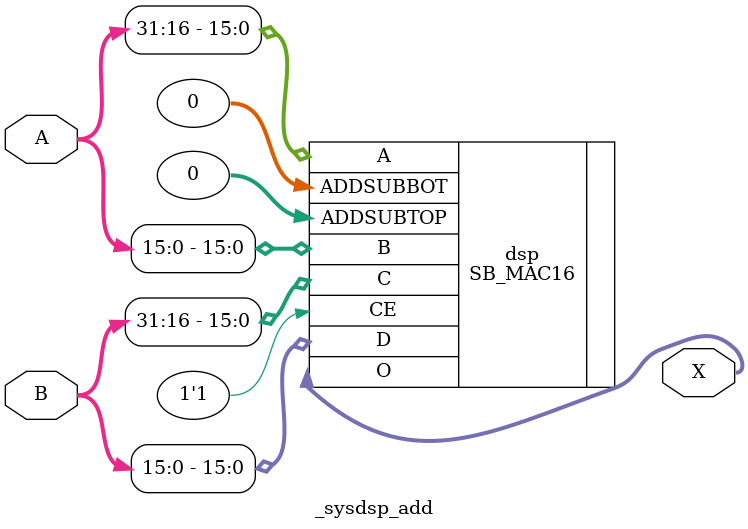
<source format=v>
(* techmap_celltype = "$add" *)
module _sysdsp_add (A, B, X);
    parameter WIDTH = 32;

    input [WIDTH-1:0] A, B;
    output [WIDTH-1:0] X;

    SB_MAC16 #(
        .A_REG(0),
        .B_REG(0),
        .C_REG(0),
        .D_REG(0),
        .TOPADDSUB_UPPERINPUT(1'b1),
        .TOPADDSUB_CARRYSELECT(2'b11),
        .BOTADDSUB_UPPERINPUT(1'b1)
    ) dsp (
        .A(A[31:16]),
        .B(A[15:0]),
        .C(B[31:16]),
        .D(B[15:0]),
        .O(X),
        .CE(1'b1),
        .ADDSUBTOP(0),
        .ADDSUBBOT(0)
    );
endmodule


</source>
